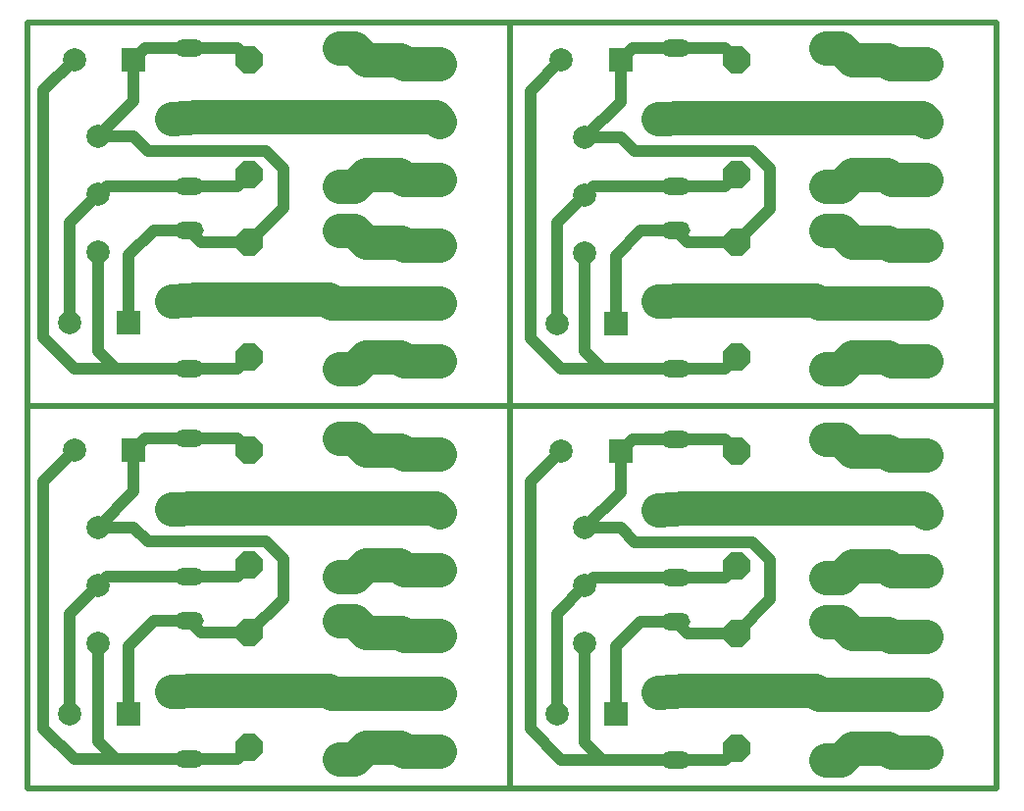
<source format=gbl>
%FSTAX23Y23*%
%MOIN*%
%SFA1B1*%

%IPPOS*%
%AMD16*
4,1,8,0.045300,0.018700,0.018700,0.045300,-0.018700,0.045300,-0.045300,0.018700,-0.045300,-0.018700,-0.018700,-0.045300,0.018700,-0.045300,0.045300,-0.018700,0.045300,0.018700,0.0*
%
%ADD10C,0.019685*%
%ADD11C,0.039370*%
%ADD12C,0.118110*%
%ADD13C,0.078740*%
%ADD14O,0.098425X0.060000*%
%ADD15C,0.090551*%
G04~CAMADD=16~4~0.0~0.0~905.7~905.7~0.0~265.3~0~0.0~0.0~0.0~0.0~0~0.0~0.0~0.0~0.0~0~0.0~0.0~0.0~315.0~905.7~905.7*
%ADD16D16*%
%ADD17R,0.078740X0.078740*%
%LNdual_channel_common_vcc_pcb_x4-1*%
%LPD*%
G54D10*
X0Y013D02*
X0164D01*
X03295*
X0164Y0D02*
Y02605D01*
X0Y0D02*
Y02605D01*
Y0D02*
X03295D01*
Y02605*
X0D02*
X03295D01*
X01023Y01664D02*
X01035Y01652D01*
X01268Y01469D02*
X01281Y01455D01*
X01268Y02478D02*
X0128Y02465D01*
X02923Y02477D02*
X02935Y02464D01*
X02923Y01467D02*
X02936Y01453D01*
X02678Y01662D02*
X0269Y0165D01*
X02678Y00334D02*
X0269Y00322D01*
X02923Y00139D02*
X02936Y00125D01*
X02923Y01148D02*
X02935Y01135D01*
X01268Y0115D02*
X0128Y01137D01*
X01268Y0014D02*
X01281Y00127D01*
X01023Y00335D02*
X01035Y00324D01*
G54D11*
X00401Y02519D02*
X00549D01*
X00269Y02049D02*
X00549D01*
X0081Y02169D02*
X0087Y02109D01*
X0041Y02169D02*
X0081D01*
X00362Y02217D02*
X0041Y02169D01*
X00589Y01858D02*
X00755D01*
X00549Y01899D02*
X00589Y01858D01*
X0016Y01429D02*
X003D01*
X00055Y01534D02*
X0016Y01429D01*
X00055Y01534D02*
Y02374D01*
X0016Y02479*
X0043Y01899D02*
X00549D01*
X00345Y01814D02*
X0043Y01899D01*
X00345Y01584D02*
Y01814D01*
X00755Y01858D02*
X0087Y01973D01*
Y02109*
X0024Y02217D02*
X00362D01*
X0024D02*
X00361Y02338D01*
Y02479*
X00401Y02519*
X00549D02*
X00715D01*
X00755Y02478*
X00549Y01429D02*
X00715D01*
X00755Y01469*
X00145Y01584D02*
Y01925D01*
X0024Y0202*
X00269Y02049*
X00549D02*
X00715D01*
X00755Y02089*
X0024Y01489D02*
Y01824D01*
Y01489D02*
X003Y01429D01*
X00549*
X01955Y01427D02*
X02204D01*
X01895Y01487D02*
X01955Y01427D01*
X01895Y01487D02*
Y01822D01*
X0237Y02047D02*
X0241Y02087D01*
X02204Y02047D02*
X0237D01*
X01895Y02019D02*
X01924Y02047D01*
X018Y01923D02*
X01895Y02019D01*
X018Y01582D02*
Y01923D01*
X0237Y01427D02*
X0241Y01467D01*
X02204Y01427D02*
X0237D01*
X0237Y02517D02*
X0241Y02477D01*
X02204Y02517D02*
X0237D01*
X02016Y02477D02*
X02056Y02517D01*
X02016Y02336D02*
Y02477D01*
X01895Y02215D02*
X02016Y02336D01*
X01895Y02215D02*
X02017D01*
X02525Y01972D02*
Y02107D01*
X0241Y01857D02*
X02525Y01972D01*
X02Y01582D02*
Y01812D01*
X02085Y01897*
X02204*
X0171Y02372D02*
X01815Y02477D01*
X0171Y01532D02*
Y02372D01*
Y01532D02*
X01815Y01427D01*
X01955*
X02204Y01897D02*
X02244Y01857D01*
X0241*
X02017Y02215D02*
X02065Y02167D01*
X02465*
X02525Y02107*
X01924Y02047D02*
X02204D01*
X02056Y02517D02*
X02204D01*
X02056Y01189D02*
X02204D01*
X01924Y00719D02*
X02204D01*
X02465Y00839D02*
X02525Y00779D01*
X02065Y00839D02*
X02465D01*
X02017Y00887D02*
X02065Y00839D01*
X02244Y00528D02*
X0241D01*
X02204Y00569D02*
X02244Y00528D01*
X01815Y00099D02*
X01955D01*
X0171Y00204D02*
X01815Y00099D01*
X0171Y00204D02*
Y01044D01*
X01815Y01149*
X02085Y00569D02*
X02204D01*
X02Y00484D02*
X02085Y00569D01*
X02Y00254D02*
Y00484D01*
X0241Y00528D02*
X02525Y00643D01*
Y00779*
X01895Y00887D02*
X02017D01*
X01895D02*
X02016Y01008D01*
Y01149*
X02056Y01189*
X02204D02*
X0237D01*
X0241Y01148*
X02204Y00099D02*
X0237D01*
X0241Y00139*
X018Y00254D02*
Y00595D01*
X01895Y0069*
X01924Y00719*
X02204D02*
X0237D01*
X0241Y00759*
X01895Y00159D02*
Y00494D01*
Y00159D02*
X01955Y00099D01*
X02204*
X003Y001D02*
X00549D01*
X0024Y0016D02*
X003Y001D01*
X0024Y0016D02*
Y00495D01*
X00715Y0072D02*
X00755Y0076D01*
X00549Y0072D02*
X00715D01*
X0024Y00692D02*
X00269Y0072D01*
X00145Y00596D02*
X0024Y00692D01*
X00145Y00255D02*
Y00596D01*
X00715Y001D02*
X00755Y0014D01*
X00549Y001D02*
X00715D01*
X00715Y0119D02*
X00755Y0115D01*
X00549Y0119D02*
X00715D01*
X00361Y0115D02*
X00401Y0119D01*
X00361Y0101D02*
Y0115D01*
X0024Y00889D02*
X00361Y0101D01*
X0024Y00889D02*
X00362D01*
X0087Y00645D02*
Y0078D01*
X00755Y0053D02*
X0087Y00645D01*
X00345Y00255D02*
Y00485D01*
X0043Y0057*
X00549*
X00055Y01045D02*
X0016Y0115D01*
X00055Y00205D02*
Y01045D01*
Y00205D02*
X0016Y001D01*
X003*
X00549Y0057D02*
X00589Y0053D01*
X00755*
X00362Y00889D02*
X0041Y0084D01*
X0081*
X0087Y0078*
X00269Y0072D02*
X00549D01*
X00401Y0119D02*
X00549D01*
G54D12*
X00579Y02284D02*
X00659D01*
X01386*
X014Y02269*
X00579Y01664D02*
X00659D01*
X0049Y01659D02*
X00579Y01664D01*
X0106Y01899D02*
X01109D01*
X01149Y01858*
X0106Y01429D02*
X01109D01*
X01149Y01469*
X0049Y02279D02*
X00579Y02284D01*
X0106Y02519D02*
X01109D01*
X01149Y02478*
X0106Y02049D02*
X01109D01*
X01149Y02089*
X01035Y01652D02*
X014D01*
X00659Y01664D02*
X01023D01*
X01279Y01849D02*
X014D01*
X0127Y01858D02*
X01279Y01849D01*
X01149Y01858D02*
X0127D01*
X01281Y01455D02*
X014D01*
X01149Y01469D02*
X01268D01*
X0128Y02465D02*
X014D01*
X01149Y02478D02*
X01268D01*
X01282Y02072D02*
X014D01*
X01265Y02089D02*
X01282Y02072D01*
X01149Y02089D02*
X01265D01*
X02804Y02087D02*
X0292D01*
X02937Y0207*
X03055*
X02804Y02477D02*
X02923D01*
X02935Y02464D02*
X03055D01*
X02804Y01467D02*
X02923D01*
X02936Y01453D02*
X03055D01*
X02804Y01857D02*
X02925D01*
X02934Y01847*
X03055*
X02314Y01662D02*
X02678D01*
X0269Y0165D02*
X03055D01*
X02764Y02047D02*
X02804Y02087D01*
X02715Y02047D02*
X02764D01*
X02764Y02517D02*
X02804Y02477D01*
X02715Y02517D02*
X02764D01*
X02145Y02277D02*
X02234Y02282D01*
X02764Y01427D02*
X02804Y01467D01*
X02715Y01427D02*
X02764D01*
X02764Y01897D02*
X02804Y01857D01*
X02715Y01897D02*
X02764D01*
X02145Y01657D02*
X02234Y01662D01*
X02314*
X03041Y02282D02*
X03055Y02267D01*
X02314Y02282D02*
X03041D01*
X02234D02*
X02314D01*
X02234Y00954D02*
X02314D01*
X03041*
X03055Y00939*
X02234Y00334D02*
X02314D01*
X02145Y00329D02*
X02234Y00334D01*
X02715Y00569D02*
X02764D01*
X02804Y00528*
X02715Y00099D02*
X02764D01*
X02804Y00139*
X02145Y00949D02*
X02234Y00954D01*
X02715Y01189D02*
X02764D01*
X02804Y01148*
X02715Y00719D02*
X02764D01*
X02804Y00759*
X0269Y00322D02*
X03055D01*
X02314Y00334D02*
X02678D01*
X02934Y00519D02*
X03055D01*
X02925Y00528D02*
X02934Y00519D01*
X02804Y00528D02*
X02925D01*
X02936Y00125D02*
X03055D01*
X02804Y00139D02*
X02923D01*
X02935Y01135D02*
X03055D01*
X02804Y01148D02*
X02923D01*
X02937Y00742D02*
X03055D01*
X0292Y00759D02*
X02937Y00742D01*
X02804Y00759D02*
X0292D01*
X01149Y0076D02*
X01265D01*
X01282Y00744*
X014*
X01149Y0115D02*
X01268D01*
X0128Y01137D02*
X014D01*
X01149Y0014D02*
X01268D01*
X01281Y00127D02*
X014D01*
X01149Y0053D02*
X0127D01*
X01279Y0052*
X014*
X00659Y00335D02*
X01023D01*
X01035Y00324D02*
X014D01*
X01109Y0072D02*
X01149Y0076D01*
X0106Y0072D02*
X01109D01*
X01109Y0119D02*
X01149Y0115D01*
X0106Y0119D02*
X01109D01*
X0049Y0095D02*
X00579Y00955D01*
X01109Y001D02*
X01149Y0014D01*
X0106Y001D02*
X01109D01*
X01109Y0057D02*
X01149Y0053D01*
X0106Y0057D02*
X01109D01*
X0049Y0033D02*
X00579Y00335D01*
X00659*
X01386Y00955D02*
X014Y0094D01*
X00659Y00955D02*
X01386D01*
X00579D02*
X00659D01*
G54D13*
X014Y02465D03*
Y02072D03*
Y02269D03*
Y01849D03*
Y01455D03*
Y01652D03*
X0024Y01824D03*
Y02217D03*
Y0202D03*
X00145Y01584D03*
X0016Y02479D03*
X01815Y02477D03*
X018Y01582D03*
X01895Y01822D03*
Y02215D03*
Y02019D03*
X03055Y01847D03*
Y01453D03*
Y0165D03*
Y02464D03*
Y0207D03*
Y02267D03*
Y01135D03*
Y00742D03*
Y00939D03*
Y00519D03*
Y00125D03*
Y00322D03*
X01895Y00494D03*
Y00887D03*
Y0069D03*
X018Y00254D03*
X01815Y01149D03*
X00145Y00255D03*
X0024Y00495D03*
Y00889D03*
Y00692D03*
X0016Y0115D03*
X014Y01137D03*
Y00744D03*
Y0094D03*
Y0052D03*
Y00127D03*
Y00324D03*
G54D14*
X00549Y02049D03*
Y02519D03*
X0106D03*
X0049Y02279D03*
X0106Y02049D03*
X00549Y01429D03*
Y01899D03*
X0106D03*
X0049Y01659D03*
X0106Y01429D03*
X02204Y01427D03*
Y01897D03*
X02715D03*
X02145Y01657D03*
X02715Y01427D03*
X02204Y02047D03*
Y02517D03*
X02715D03*
X02145Y02277D03*
X02715Y02047D03*
X02204Y00719D03*
Y01189D03*
X02715D03*
X02145Y00949D03*
X02715Y00719D03*
X02204Y00099D03*
Y00569D03*
X02715D03*
X02145Y00329D03*
X02715Y00099D03*
X00549Y0072D03*
Y0119D03*
X0106D03*
X0049Y0095D03*
X0106Y0072D03*
X00549Y001D03*
Y0057D03*
X0106D03*
X0049Y0033D03*
X0106Y001D03*
G54D15*
X00659Y02284D03*
X01149Y02089D03*
Y02478D03*
X00659Y01664D03*
X01149Y01469D03*
Y01858D03*
X02314Y01662D03*
X02804Y01467D03*
Y01857D03*
X02314Y02282D03*
X02804Y02087D03*
Y02477D03*
X02314Y00954D03*
X02804Y00759D03*
Y01148D03*
X02314Y00334D03*
X02804Y00139D03*
Y00528D03*
X00659Y00955D03*
X01149Y0076D03*
Y0115D03*
X00659Y00335D03*
X01149Y0014D03*
Y0053D03*
G54D16*
X00755Y02089D03*
Y02478D03*
Y01469D03*
Y01858D03*
X0241Y01467D03*
Y01857D03*
Y02087D03*
Y02477D03*
Y00759D03*
Y01148D03*
Y00139D03*
Y00528D03*
X00755Y0076D03*
Y0115D03*
Y0014D03*
Y0053D03*
G54D17*
X00345Y01584D03*
X00361Y02479D03*
X02016Y02477D03*
X02Y01582D03*
Y00254D03*
X02016Y01149D03*
X00345Y00255D03*
X00361Y0115D03*
M02*
</source>
